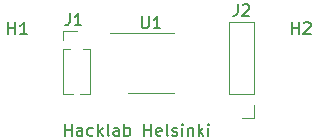
<source format=gbr>
G04 #@! TF.GenerationSoftware,KiCad,Pcbnew,5.1.12-84ad8e8a86~92~ubuntu18.04.1*
G04 #@! TF.CreationDate,2022-04-11T08:29:57+03:00*
G04 #@! TF.ProjectId,soic,736f6963-2e6b-4696-9361-645f70636258,rev?*
G04 #@! TF.SameCoordinates,Original*
G04 #@! TF.FileFunction,Legend,Top*
G04 #@! TF.FilePolarity,Positive*
%FSLAX46Y46*%
G04 Gerber Fmt 4.6, Leading zero omitted, Abs format (unit mm)*
G04 Created by KiCad (PCBNEW 5.1.12-84ad8e8a86~92~ubuntu18.04.1) date 2022-04-11 08:29:57*
%MOMM*%
%LPD*%
G01*
G04 APERTURE LIST*
%ADD10C,0.150000*%
%ADD11C,0.120000*%
G04 APERTURE END LIST*
D10*
X-7861428Y-129580D02*
X-7861428Y870419D01*
X-7861428Y394228D02*
X-7290000Y394228D01*
X-7290000Y-129580D02*
X-7290000Y870419D01*
X-6385238Y-129580D02*
X-6385238Y394228D01*
X-6432857Y489466D01*
X-6528095Y537085D01*
X-6718571Y537085D01*
X-6813809Y489466D01*
X-6385238Y-81961D02*
X-6480476Y-129580D01*
X-6718571Y-129580D01*
X-6813809Y-81961D01*
X-6861428Y13276D01*
X-6861428Y108514D01*
X-6813809Y203752D01*
X-6718571Y251371D01*
X-6480476Y251371D01*
X-6385238Y298990D01*
X-5480476Y-81961D02*
X-5575714Y-129580D01*
X-5766190Y-129580D01*
X-5861428Y-81961D01*
X-5909047Y-34342D01*
X-5956666Y60895D01*
X-5956666Y346609D01*
X-5909047Y441847D01*
X-5861428Y489466D01*
X-5766190Y537085D01*
X-5575714Y537085D01*
X-5480476Y489466D01*
X-5051904Y-129580D02*
X-5051904Y870419D01*
X-4956666Y251371D02*
X-4670952Y-129580D01*
X-4670952Y537085D02*
X-5051904Y156133D01*
X-4099523Y-129580D02*
X-4194761Y-81961D01*
X-4242380Y13276D01*
X-4242380Y870419D01*
X-3290000Y-129580D02*
X-3290000Y394228D01*
X-3337619Y489466D01*
X-3432857Y537085D01*
X-3623333Y537085D01*
X-3718571Y489466D01*
X-3290000Y-81961D02*
X-3385238Y-129580D01*
X-3623333Y-129580D01*
X-3718571Y-81961D01*
X-3766190Y13276D01*
X-3766190Y108514D01*
X-3718571Y203752D01*
X-3623333Y251371D01*
X-3385238Y251371D01*
X-3290000Y298990D01*
X-2813809Y-129580D02*
X-2813809Y870419D01*
X-2813809Y489466D02*
X-2718571Y537085D01*
X-2528095Y537085D01*
X-2432857Y489466D01*
X-2385238Y441847D01*
X-2337619Y346609D01*
X-2337619Y60895D01*
X-2385238Y-34342D01*
X-2432857Y-81961D01*
X-2528095Y-129580D01*
X-2718571Y-129580D01*
X-2813809Y-81961D01*
X-1147142Y-129580D02*
X-1147142Y870419D01*
X-1147142Y394228D02*
X-575714Y394228D01*
X-575714Y-129580D02*
X-575714Y870419D01*
X281428Y-81961D02*
X186190Y-129580D01*
X-4285Y-129580D01*
X-99523Y-81961D01*
X-147142Y13276D01*
X-147142Y394228D01*
X-99523Y489466D01*
X-4285Y537085D01*
X186190Y537085D01*
X281428Y489466D01*
X329047Y394228D01*
X329047Y298990D01*
X-147142Y203752D01*
X900476Y-129580D02*
X805238Y-81961D01*
X757619Y13276D01*
X757619Y870419D01*
X1233809Y-81961D02*
X1329047Y-129580D01*
X1519523Y-129580D01*
X1614761Y-81961D01*
X1662380Y13276D01*
X1662380Y60895D01*
X1614761Y156133D01*
X1519523Y203752D01*
X1376666Y203752D01*
X1281428Y251371D01*
X1233809Y346609D01*
X1233809Y394228D01*
X1281428Y489466D01*
X1376666Y537085D01*
X1519523Y537085D01*
X1614761Y489466D01*
X2090952Y-129580D02*
X2090952Y537085D01*
X2090952Y870419D02*
X2043333Y822800D01*
X2090952Y775180D01*
X2138571Y822800D01*
X2090952Y870419D01*
X2090952Y775180D01*
X2567142Y537085D02*
X2567142Y-129580D01*
X2567142Y441847D02*
X2614761Y489466D01*
X2709999Y537085D01*
X2852857Y537085D01*
X2948095Y489466D01*
X2995714Y394228D01*
X2995714Y-129580D01*
X3471904Y-129580D02*
X3471904Y870419D01*
X3567142Y251371D02*
X3852857Y-129580D01*
X3852857Y537085D02*
X3471904Y156133D01*
X4281428Y-129580D02*
X4281428Y537085D01*
X4281428Y870419D02*
X4233809Y822800D01*
X4281428Y775180D01*
X4329047Y822800D01*
X4281428Y870419D01*
X4281428Y775180D01*
D11*
G04 #@! TO.C,J2*
X8160000Y9502800D02*
X6040000Y9502800D01*
X8160000Y3442800D02*
X8160000Y9502800D01*
X6040000Y3442800D02*
X6040000Y9502800D01*
X8160000Y3442800D02*
X6040000Y3442800D01*
X8160000Y2442800D02*
X8160000Y1382800D01*
X8160000Y1382800D02*
X7100000Y1382800D01*
G04 #@! TO.C,J1*
X-7980000Y3437800D02*
X-7177530Y3437800D01*
X-6562470Y3437800D02*
X-5760000Y3437800D01*
X-7980000Y7182800D02*
X-7980000Y3437800D01*
X-5760000Y7182800D02*
X-5760000Y3437800D01*
X-7980000Y7182800D02*
X-7433471Y7182800D01*
X-6306529Y7182800D02*
X-5760000Y7182800D01*
X-7980000Y7942800D02*
X-7980000Y8702800D01*
X-7980000Y8702800D02*
X-6870000Y8702800D01*
G04 #@! TO.C,U1*
X-585000Y3477800D02*
X1365000Y3477800D01*
X-585000Y3477800D02*
X-2535000Y3477800D01*
X-585000Y8597800D02*
X1365000Y8597800D01*
X-585000Y8597800D02*
X-4035000Y8597800D01*
G04 #@! TO.C,H2*
D10*
X11368095Y8490419D02*
X11368095Y9490419D01*
X11368095Y9014228D02*
X11939523Y9014228D01*
X11939523Y8490419D02*
X11939523Y9490419D01*
X12368095Y9395180D02*
X12415714Y9442800D01*
X12510952Y9490419D01*
X12749047Y9490419D01*
X12844285Y9442800D01*
X12891904Y9395180D01*
X12939523Y9299942D01*
X12939523Y9204704D01*
X12891904Y9061847D01*
X12320476Y8490419D01*
X12939523Y8490419D01*
G04 #@! TO.C,H1*
X-12631904Y8490419D02*
X-12631904Y9490419D01*
X-12631904Y9014228D02*
X-12060476Y9014228D01*
X-12060476Y8490419D02*
X-12060476Y9490419D01*
X-11060476Y8490419D02*
X-11631904Y8490419D01*
X-11346190Y8490419D02*
X-11346190Y9490419D01*
X-11441428Y9347561D01*
X-11536666Y9252323D01*
X-11631904Y9204704D01*
G04 #@! TO.C,J2*
X6766666Y11030419D02*
X6766666Y10316133D01*
X6719047Y10173276D01*
X6623809Y10078038D01*
X6480952Y10030419D01*
X6385714Y10030419D01*
X7195238Y10935180D02*
X7242857Y10982800D01*
X7338095Y11030419D01*
X7576190Y11030419D01*
X7671428Y10982800D01*
X7719047Y10935180D01*
X7766666Y10839942D01*
X7766666Y10744704D01*
X7719047Y10601847D01*
X7147619Y10030419D01*
X7766666Y10030419D01*
G04 #@! TO.C,J1*
X-7453333Y10240419D02*
X-7453333Y9526133D01*
X-7500952Y9383276D01*
X-7596190Y9288038D01*
X-7739047Y9240419D01*
X-7834285Y9240419D01*
X-6453333Y9240419D02*
X-7024761Y9240419D01*
X-6739047Y9240419D02*
X-6739047Y10240419D01*
X-6834285Y10097561D01*
X-6929523Y10002323D01*
X-7024761Y9954704D01*
G04 #@! TO.C,U1*
X-1346904Y9985419D02*
X-1346904Y9175895D01*
X-1299285Y9080657D01*
X-1251666Y9033038D01*
X-1156428Y8985419D01*
X-965952Y8985419D01*
X-870714Y9033038D01*
X-823095Y9080657D01*
X-775476Y9175895D01*
X-775476Y9985419D01*
X224523Y8985419D02*
X-346904Y8985419D01*
X-61190Y8985419D02*
X-61190Y9985419D01*
X-156428Y9842561D01*
X-251666Y9747323D01*
X-346904Y9699704D01*
G04 #@! TD*
M02*

</source>
